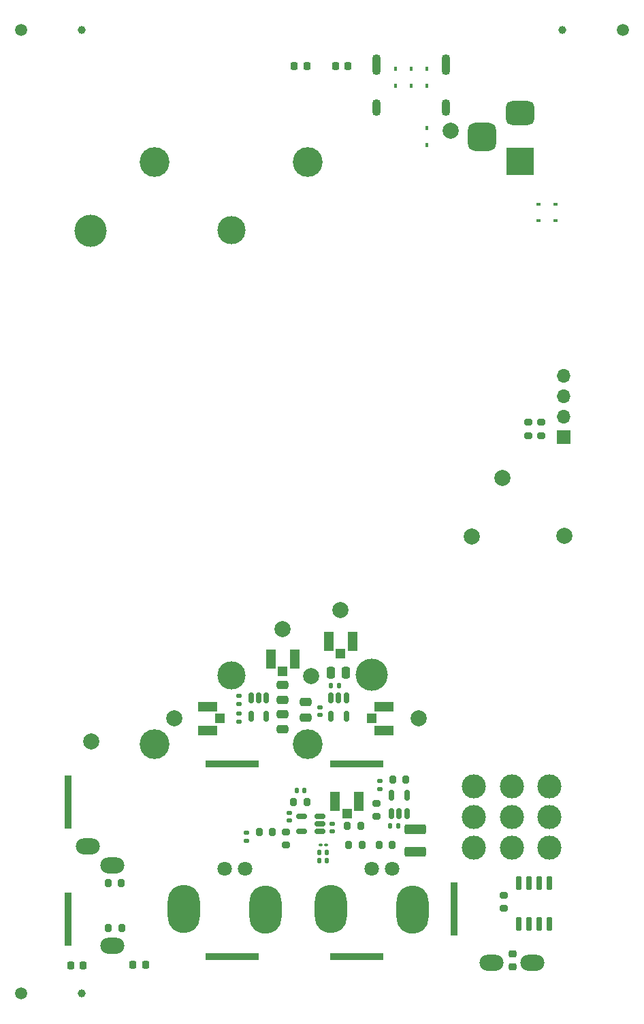
<source format=gbr>
%TF.GenerationSoftware,KiCad,Pcbnew,8.0.3+dfsg-1*%
%TF.CreationDate,2024-06-23T20:26:21+01:00*%
%TF.ProjectId,low-noise-power-probe-panel,6c6f772d-6e6f-4697-9365-2d706f776572,rev?*%
%TF.SameCoordinates,Original*%
%TF.FileFunction,Soldermask,Bot*%
%TF.FilePolarity,Negative*%
%FSLAX46Y46*%
G04 Gerber Fmt 4.6, Leading zero omitted, Abs format (unit mm)*
G04 Created by KiCad (PCBNEW 8.0.3+dfsg-1) date 2024-06-23 20:26:21*
%MOMM*%
%LPD*%
G01*
G04 APERTURE LIST*
G04 Aperture macros list*
%AMRoundRect*
0 Rectangle with rounded corners*
0 $1 Rounding radius*
0 $2 $3 $4 $5 $6 $7 $8 $9 X,Y pos of 4 corners*
0 Add a 4 corners polygon primitive as box body*
4,1,4,$2,$3,$4,$5,$6,$7,$8,$9,$2,$3,0*
0 Add four circle primitives for the rounded corners*
1,1,$1+$1,$2,$3*
1,1,$1+$1,$4,$5*
1,1,$1+$1,$6,$7*
1,1,$1+$1,$8,$9*
0 Add four rect primitives between the rounded corners*
20,1,$1+$1,$2,$3,$4,$5,0*
20,1,$1+$1,$4,$5,$6,$7,0*
20,1,$1+$1,$6,$7,$8,$9,0*
20,1,$1+$1,$8,$9,$2,$3,0*%
G04 Aperture macros list end*
%ADD10C,1.500000*%
%ADD11O,1.100000X2.100000*%
%ADD12O,1.100000X2.600000*%
%ADD13C,2.000000*%
%ADD14C,3.500000*%
%ADD15C,4.000000*%
%ADD16C,3.700000*%
%ADD17O,4.000000X6.000000*%
%ADD18C,1.800000*%
%ADD19C,3.000000*%
%ADD20O,3.000000X2.000000*%
%ADD21R,3.500000X3.500000*%
%ADD22RoundRect,0.750000X-1.000000X0.750000X-1.000000X-0.750000X1.000000X-0.750000X1.000000X0.750000X0*%
%ADD23RoundRect,0.875000X-0.875000X0.875000X-0.875000X-0.875000X0.875000X-0.875000X0.875000X0.875000X0*%
%ADD24R,1.700000X1.700000*%
%ADD25O,1.700000X1.700000*%
%ADD26C,1.000000*%
%ADD27RoundRect,0.101600X-0.525000X1.100000X-0.525000X-1.100000X0.525000X-1.100000X0.525000X1.100000X0*%
%ADD28RoundRect,0.101600X-0.500000X0.525000X-0.500000X-0.525000X0.500000X-0.525000X0.500000X0.525000X0*%
%ADD29RoundRect,0.140000X0.170000X-0.140000X0.170000X0.140000X-0.170000X0.140000X-0.170000X-0.140000X0*%
%ADD30RoundRect,0.250000X0.475000X-0.250000X0.475000X0.250000X-0.475000X0.250000X-0.475000X-0.250000X0*%
%ADD31RoundRect,0.218750X-0.218750X-0.256250X0.218750X-0.256250X0.218750X0.256250X-0.218750X0.256250X0*%
%ADD32R,0.600000X0.450000*%
%ADD33RoundRect,0.101600X-1.100000X-0.525000X1.100000X-0.525000X1.100000X0.525000X-1.100000X0.525000X0*%
%ADD34RoundRect,0.101600X-0.525000X-0.500000X0.525000X-0.500000X0.525000X0.500000X-0.525000X0.500000X0*%
%ADD35RoundRect,0.200000X0.200000X0.275000X-0.200000X0.275000X-0.200000X-0.275000X0.200000X-0.275000X0*%
%ADD36RoundRect,0.200000X-0.200000X-0.275000X0.200000X-0.275000X0.200000X0.275000X-0.200000X0.275000X0*%
%ADD37RoundRect,0.150000X0.512500X0.150000X-0.512500X0.150000X-0.512500X-0.150000X0.512500X-0.150000X0*%
%ADD38RoundRect,0.140000X-0.140000X-0.170000X0.140000X-0.170000X0.140000X0.170000X-0.140000X0.170000X0*%
%ADD39RoundRect,0.150000X0.150000X-0.512500X0.150000X0.512500X-0.150000X0.512500X-0.150000X-0.512500X0*%
%ADD40RoundRect,0.150000X-0.150000X0.512500X-0.150000X-0.512500X0.150000X-0.512500X0.150000X0.512500X0*%
%ADD41RoundRect,0.250000X-0.250000X-0.475000X0.250000X-0.475000X0.250000X0.475000X-0.250000X0.475000X0*%
%ADD42RoundRect,0.200000X-0.275000X0.200000X-0.275000X-0.200000X0.275000X-0.200000X0.275000X0.200000X0*%
%ADD43R,6.700000X0.900000*%
%ADD44RoundRect,0.140000X0.140000X0.170000X-0.140000X0.170000X-0.140000X-0.170000X0.140000X-0.170000X0*%
%ADD45R,0.450000X0.600000*%
%ADD46RoundRect,0.218750X0.256250X-0.218750X0.256250X0.218750X-0.256250X0.218750X-0.256250X-0.218750X0*%
%ADD47R,0.900000X6.700000*%
%ADD48RoundRect,0.140000X-0.170000X0.140000X-0.170000X-0.140000X0.170000X-0.140000X0.170000X0.140000X0*%
%ADD49RoundRect,0.250000X-1.075000X0.375000X-1.075000X-0.375000X1.075000X-0.375000X1.075000X0.375000X0*%
%ADD50RoundRect,0.200000X0.275000X-0.200000X0.275000X0.200000X-0.275000X0.200000X-0.275000X-0.200000X0*%
%ADD51RoundRect,0.101600X1.100000X0.525000X-1.100000X0.525000X-1.100000X-0.525000X1.100000X-0.525000X0*%
%ADD52RoundRect,0.101600X0.525000X0.500000X-0.525000X0.500000X-0.525000X-0.500000X0.525000X-0.500000X0*%
%ADD53RoundRect,0.100000X-0.130000X-0.100000X0.130000X-0.100000X0.130000X0.100000X-0.130000X0.100000X0*%
%ADD54RoundRect,0.150000X-0.150000X0.725000X-0.150000X-0.725000X0.150000X-0.725000X0.150000X0.725000X0*%
%ADD55RoundRect,0.250000X-0.475000X0.250000X-0.475000X-0.250000X0.475000X-0.250000X0.475000X0.250000X0*%
G04 APERTURE END LIST*
D10*
%TO.C,KiKit_TO_1*%
X172600000Y-22500000D03*
%TD*%
D11*
%TO.C,J4*%
X225429483Y-32125000D03*
D12*
X225429483Y-26765000D03*
D11*
X216789483Y-32125000D03*
D12*
X216789483Y-26765000D03*
%TD*%
D13*
%TO.C,BT1*%
X181300000Y-110975000D03*
D14*
X198700000Y-102775000D03*
D15*
X216200000Y-102675000D03*
X181200000Y-47475000D03*
D14*
X198700000Y-47375000D03*
D16*
X189150000Y-111250000D03*
X189150000Y-38900000D03*
X208250000Y-111250000D03*
X208250000Y-38900000D03*
%TD*%
D17*
%TO.C,J1*%
X202980000Y-131880000D03*
X192820000Y-131780000D03*
D18*
X197900000Y-126800000D03*
X200440000Y-126800000D03*
%TD*%
D19*
%TO.C,SW1*%
X238300000Y-124120000D03*
X233600000Y-124120000D03*
X228900000Y-124120000D03*
X238300000Y-120310000D03*
X233600000Y-120310000D03*
X228900000Y-120310000D03*
X238300000Y-116500000D03*
X233600000Y-116500000D03*
X228900000Y-116500000D03*
D20*
X231060000Y-138470000D03*
X236140000Y-138470000D03*
%TD*%
D10*
%TO.C,KiKit_TO_2*%
X247400000Y-22500000D03*
%TD*%
D17*
%TO.C,J2*%
X221280000Y-131880000D03*
X211120000Y-131780000D03*
D18*
X216200000Y-126800000D03*
X218740000Y-126800000D03*
%TD*%
D21*
%TO.C,J3*%
X234600000Y-38775000D03*
D22*
X234600000Y-32775000D03*
D23*
X229900000Y-35775000D03*
%TD*%
D20*
%TO.C,RV1*%
X183900000Y-136325000D03*
X180900000Y-124025000D03*
X183900000Y-126325000D03*
%TD*%
D10*
%TO.C,KiKit_TO_3*%
X172600000Y-142300000D03*
%TD*%
D24*
%TO.C,J5*%
X240050000Y-73100000D03*
D25*
X240050000Y-70560000D03*
X240050000Y-68020000D03*
X240050000Y-65480000D03*
%TD*%
D26*
%TO.C,KiKit_FID_B_1*%
X180100000Y-22500000D03*
%TD*%
D27*
%TO.C,TP19*%
X210825000Y-98487500D03*
X213775000Y-98487500D03*
D28*
X212300000Y-100012500D03*
%TD*%
D29*
%TO.C,C2*%
X200600000Y-123280000D03*
X200600000Y-122320000D03*
%TD*%
D30*
%TO.C,C7*%
X205100000Y-109450000D03*
X205100000Y-107550000D03*
%TD*%
D27*
%TO.C,TP18*%
X203625000Y-100730000D03*
X206575000Y-100730000D03*
D28*
X205100000Y-102255000D03*
%TD*%
D13*
%TO.C,TP8*%
X212300000Y-94632500D03*
%TD*%
D31*
%TO.C,D4*%
X186462500Y-138750000D03*
X188037500Y-138750000D03*
%TD*%
D29*
%TO.C,C6*%
X199700000Y-106255000D03*
X199700000Y-105295000D03*
%TD*%
D32*
%TO.C,D13*%
X239050000Y-44175000D03*
X236950000Y-44175000D03*
%TD*%
D33*
%TO.C,TP5*%
X195800000Y-109575000D03*
X195800000Y-106625000D03*
D34*
X197325000Y-108100000D03*
%TD*%
D35*
%TO.C,R16*%
X185075000Y-134125000D03*
X183425000Y-134125000D03*
%TD*%
D36*
%TO.C,R17*%
X183375000Y-128525000D03*
X185025000Y-128525000D03*
%TD*%
D37*
%TO.C,U1*%
X209737500Y-120250000D03*
X209737500Y-121200000D03*
X209737500Y-122150000D03*
X207462500Y-122150000D03*
X207462500Y-120250000D03*
%TD*%
D38*
%TO.C,C18*%
X209620000Y-125775000D03*
X210580000Y-125775000D03*
%TD*%
D39*
%TO.C,U2*%
X220543750Y-119943750D03*
X219593750Y-119943750D03*
X218643750Y-119943750D03*
X218643750Y-117668750D03*
X220543750Y-117668750D03*
%TD*%
D40*
%TO.C,U5*%
X211100000Y-105562500D03*
X212050000Y-105562500D03*
X213000000Y-105562500D03*
X213000000Y-107837500D03*
X211100000Y-107837500D03*
%TD*%
D41*
%TO.C,C10*%
X211050000Y-102375000D03*
X212950000Y-102375000D03*
%TD*%
D27*
%TO.C,TP14*%
X211625000Y-118380000D03*
X214575000Y-118380000D03*
D28*
X213100000Y-119905000D03*
%TD*%
D42*
%TO.C,R15*%
X235650000Y-71275000D03*
X235650000Y-72925000D03*
%TD*%
D13*
%TO.C,TP9*%
X222000000Y-108100000D03*
%TD*%
D29*
%TO.C,C3*%
X205950000Y-120805000D03*
X205950000Y-119845000D03*
%TD*%
D43*
%TO.C,J11*%
X214300000Y-137675000D03*
%TD*%
D44*
%TO.C,C25*%
X219430000Y-121475000D03*
X218470000Y-121475000D03*
%TD*%
D45*
%TO.C,D11*%
X223050000Y-29375000D03*
X223050000Y-27275000D03*
%TD*%
D46*
%TO.C,D6*%
X233700000Y-138937500D03*
X233700000Y-137362500D03*
%TD*%
D13*
%TO.C,TP2*%
X228600000Y-85500000D03*
%TD*%
%TO.C,TP7*%
X208600000Y-102800000D03*
%TD*%
D47*
%TO.C,J7*%
X178400000Y-133075000D03*
%TD*%
D36*
%TO.C,R1*%
X213325000Y-123800000D03*
X214975000Y-123800000D03*
%TD*%
D29*
%TO.C,C26*%
X217200000Y-116855000D03*
X217200000Y-115895000D03*
%TD*%
D38*
%TO.C,C1*%
X209620000Y-124725000D03*
X210580000Y-124725000D03*
%TD*%
D48*
%TO.C,C22*%
X211250000Y-121195000D03*
X211250000Y-122155000D03*
%TD*%
D49*
%TO.C,L1*%
X221600000Y-121900000D03*
X221600000Y-124700000D03*
%TD*%
D29*
%TO.C,C13*%
X209750000Y-107680000D03*
X209750000Y-106720000D03*
%TD*%
D43*
%TO.C,J9*%
X214300000Y-113775000D03*
%TD*%
D35*
%TO.C,R5*%
X203825000Y-122200000D03*
X202175000Y-122200000D03*
%TD*%
D45*
%TO.C,D9*%
X223050000Y-34675000D03*
X223050000Y-36775000D03*
%TD*%
D43*
%TO.C,J8*%
X198800000Y-113775000D03*
%TD*%
D47*
%TO.C,J12*%
X226400000Y-131775000D03*
%TD*%
D13*
%TO.C,TP21*%
X226000000Y-35000000D03*
%TD*%
D26*
%TO.C,KiKit_FID_B_2*%
X239900000Y-22500000D03*
%TD*%
D50*
%TO.C,R20*%
X232600000Y-131725000D03*
X232600000Y-130075000D03*
%TD*%
D51*
%TO.C,TP10*%
X217700000Y-106625000D03*
X217700000Y-109575000D03*
D52*
X216175000Y-108100000D03*
%TD*%
D40*
%TO.C,U3*%
X201150000Y-105562500D03*
X202100000Y-105562500D03*
X203050000Y-105562500D03*
X203050000Y-107837500D03*
X201150000Y-107837500D03*
%TD*%
D38*
%TO.C,C20*%
X206820000Y-117075000D03*
X207780000Y-117075000D03*
%TD*%
D53*
%TO.C,C19*%
X209830000Y-123825000D03*
X210470000Y-123825000D03*
%TD*%
D26*
%TO.C,KiKit_FID_B_3*%
X180100000Y-142300000D03*
%TD*%
D31*
%TO.C,D1*%
X206537500Y-26925000D03*
X208112500Y-26925000D03*
%TD*%
D42*
%TO.C,R6*%
X216800000Y-118625000D03*
X216800000Y-120275000D03*
%TD*%
D13*
%TO.C,TP4*%
X191600000Y-108100000D03*
%TD*%
D47*
%TO.C,J6*%
X178400000Y-118475000D03*
%TD*%
D31*
%TO.C,D5*%
X211662500Y-26925000D03*
X213237500Y-26925000D03*
%TD*%
D45*
%TO.C,D10*%
X219150000Y-29375000D03*
X219150000Y-27275000D03*
%TD*%
D42*
%TO.C,R25*%
X237225000Y-71275000D03*
X237225000Y-72925000D03*
%TD*%
D13*
%TO.C,TP12*%
X240100000Y-85400000D03*
%TD*%
%TO.C,TP1*%
X232400000Y-78200000D03*
%TD*%
D35*
%TO.C,R4*%
X220425000Y-115700000D03*
X218775000Y-115700000D03*
%TD*%
D54*
%TO.C,U7*%
X234495000Y-128525000D03*
X235765000Y-128525000D03*
X237035000Y-128525000D03*
X238305000Y-128525000D03*
X238305000Y-133675000D03*
X237035000Y-133675000D03*
X235765000Y-133675000D03*
X234495000Y-133675000D03*
%TD*%
D32*
%TO.C,D15*%
X239050000Y-46175000D03*
X236950000Y-46175000D03*
%TD*%
D45*
%TO.C,D12*%
X221100000Y-29375000D03*
X221100000Y-27275000D03*
%TD*%
D55*
%TO.C,C5*%
X205100000Y-103900000D03*
X205100000Y-105800000D03*
%TD*%
D35*
%TO.C,R7*%
X218725000Y-123800000D03*
X217075000Y-123800000D03*
%TD*%
D31*
%TO.C,D3*%
X178712500Y-138775000D03*
X180287500Y-138775000D03*
%TD*%
D50*
%TO.C,R2*%
X205500000Y-123825000D03*
X205500000Y-122175000D03*
%TD*%
D35*
%TO.C,R3*%
X208125000Y-118450000D03*
X206475000Y-118450000D03*
%TD*%
D48*
%TO.C,C8*%
X199700000Y-107495000D03*
X199700000Y-108455000D03*
%TD*%
D44*
%TO.C,C11*%
X212080000Y-103975000D03*
X211120000Y-103975000D03*
%TD*%
D43*
%TO.C,J10*%
X198800000Y-137675000D03*
%TD*%
D13*
%TO.C,TP3*%
X205100000Y-96975000D03*
%TD*%
D35*
%TO.C,R26*%
X214775000Y-121475000D03*
X213125000Y-121475000D03*
%TD*%
D55*
%TO.C,C12*%
X207950000Y-106050000D03*
X207950000Y-107950000D03*
%TD*%
M02*

</source>
